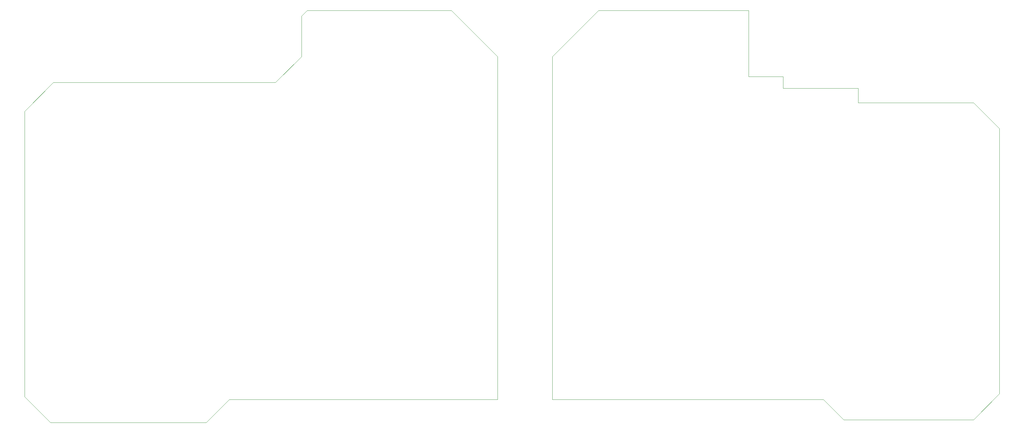
<source format=gbr>
%TF.GenerationSoftware,KiCad,Pcbnew,8.0.2*%
%TF.CreationDate,2024-05-01T20:17:27+07:00*%
%TF.ProjectId,apiratchai_split,61706972-6174-4636-9861-695f73706c69,rev?*%
%TF.SameCoordinates,Original*%
%TF.FileFunction,Profile,NP*%
%FSLAX46Y46*%
G04 Gerber Fmt 4.6, Leading zero omitted, Abs format (unit mm)*
G04 Created by KiCad (PCBNEW 8.0.2) date 2024-05-01 20:17:27*
%MOMM*%
%LPD*%
G01*
G04 APERTURE LIST*
%TA.AperFunction,Profile*%
%ADD10C,0.050000*%
%TD*%
G04 APERTURE END LIST*
D10*
X226218750Y-137318750D02*
X231775000Y-142875000D01*
X151606250Y-42862500D02*
X151606250Y-137318750D01*
X56356250Y-143668750D02*
X62706250Y-137318750D01*
X215106250Y-51593750D02*
X215106250Y-48418750D01*
X123825000Y-30162500D02*
X134937500Y-41275000D01*
X82550000Y-42862500D02*
X75406250Y-50006250D01*
X84137500Y-30162500D02*
X120650000Y-30162500D01*
X82550000Y-42862500D02*
X82550000Y-31750000D01*
X136525000Y-42862500D02*
X136525000Y-137318750D01*
X205581250Y-48418750D02*
X205581250Y-30162500D01*
X6350000Y-136525000D02*
X13493750Y-143668750D01*
X274637500Y-62706250D02*
X267493750Y-55562500D01*
X136525000Y-137318750D02*
X62706250Y-137318750D01*
X13493750Y-143668750D02*
X56356250Y-143668750D01*
X75406250Y-50006250D02*
X14287500Y-50006250D01*
X167481250Y-30162500D02*
X164306250Y-30162500D01*
X267493750Y-55562500D02*
X235743750Y-55562500D01*
X205581250Y-30162500D02*
X167481250Y-30162500D01*
X235743750Y-55562500D02*
X235743750Y-51593750D01*
X231775000Y-142875000D02*
X267493750Y-142875000D01*
X215106250Y-48418750D02*
X205581250Y-48418750D01*
X120650000Y-30162500D02*
X123825000Y-30162500D01*
X6350000Y-57943750D02*
X6350000Y-136525000D01*
X134937500Y-41275000D02*
X136525000Y-42862500D01*
X274637500Y-135731250D02*
X274637500Y-62706250D01*
X151606250Y-137318750D02*
X226218750Y-137318750D01*
X14287500Y-50006250D02*
X6350000Y-57943750D01*
X235743750Y-51593750D02*
X215106250Y-51593750D01*
X267493750Y-142875000D02*
X274637500Y-135731250D01*
X153193750Y-41275000D02*
X151606250Y-42862500D01*
X164306250Y-30162500D02*
X153193750Y-41275000D01*
X82550000Y-31750000D02*
X84137500Y-30162500D01*
M02*

</source>
